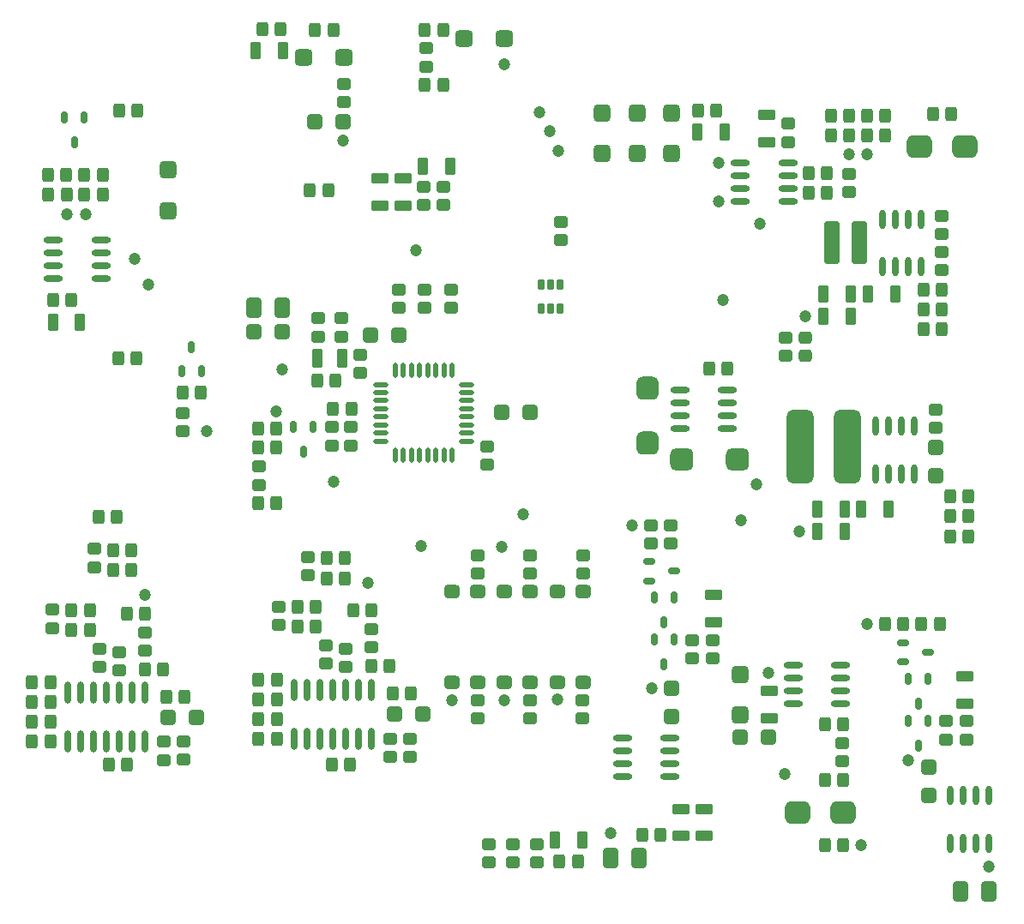
<source format=gbr>
%TF.GenerationSoftware,Altium Limited,Altium Designer,19.0.10 (269)*%
G04 Layer_Color=8421504*
%FSLAX45Y45*%
%MOMM*%
%TF.FileFunction,Paste,Top*%
%TF.Part,Single*%
G01*
G75*
%TA.AperFunction,SMDPad,CuDef*%
%ADD11C,1.20000*%
G04:AMPARAMS|DCode=12|XSize=1.4mm|YSize=1.2mm|CornerRadius=0.3mm|HoleSize=0mm|Usage=FLASHONLY|Rotation=270.000|XOffset=0mm|YOffset=0mm|HoleType=Round|Shape=RoundedRectangle|*
%AMROUNDEDRECTD12*
21,1,1.40000,0.60000,0,0,270.0*
21,1,0.80000,1.20000,0,0,270.0*
1,1,0.60000,-0.30000,-0.40000*
1,1,0.60000,-0.30000,0.40000*
1,1,0.60000,0.30000,0.40000*
1,1,0.60000,0.30000,-0.40000*
%
%ADD12ROUNDEDRECTD12*%
%ADD13O,0.60000X1.90000*%
G04:AMPARAMS|DCode=14|XSize=1.524mm|YSize=1.524mm|CornerRadius=0.381mm|HoleSize=0mm|Usage=FLASHONLY|Rotation=90.000|XOffset=0mm|YOffset=0mm|HoleType=Round|Shape=RoundedRectangle|*
%AMROUNDEDRECTD14*
21,1,1.52400,0.76200,0,0,90.0*
21,1,0.76200,1.52400,0,0,90.0*
1,1,0.76200,0.38100,0.38100*
1,1,0.76200,0.38100,-0.38100*
1,1,0.76200,-0.38100,-0.38100*
1,1,0.76200,-0.38100,0.38100*
%
%ADD14ROUNDEDRECTD14*%
G04:AMPARAMS|DCode=15|XSize=1.4mm|YSize=1.2mm|CornerRadius=0.3mm|HoleSize=0mm|Usage=FLASHONLY|Rotation=180.000|XOffset=0mm|YOffset=0mm|HoleType=Round|Shape=RoundedRectangle|*
%AMROUNDEDRECTD15*
21,1,1.40000,0.60000,0,0,180.0*
21,1,0.80000,1.20000,0,0,180.0*
1,1,0.60000,-0.40000,0.30000*
1,1,0.60000,0.40000,0.30000*
1,1,0.60000,0.40000,-0.30000*
1,1,0.60000,-0.40000,-0.30000*
%
%ADD15ROUNDEDRECTD15*%
G04:AMPARAMS|DCode=16|XSize=0.6mm|YSize=1.15mm|CornerRadius=0.15mm|HoleSize=0mm|Usage=FLASHONLY|Rotation=0.000|XOffset=0mm|YOffset=0mm|HoleType=Round|Shape=RoundedRectangle|*
%AMROUNDEDRECTD16*
21,1,0.60000,0.85000,0,0,0.0*
21,1,0.30000,1.15000,0,0,0.0*
1,1,0.30000,0.15000,-0.42500*
1,1,0.30000,-0.15000,-0.42500*
1,1,0.30000,-0.15000,0.42500*
1,1,0.30000,0.15000,0.42500*
%
%ADD16ROUNDEDRECTD16*%
G04:AMPARAMS|DCode=17|XSize=0.6mm|YSize=1.15mm|CornerRadius=0.15mm|HoleSize=0mm|Usage=FLASHONLY|Rotation=90.000|XOffset=0mm|YOffset=0mm|HoleType=Round|Shape=RoundedRectangle|*
%AMROUNDEDRECTD17*
21,1,0.60000,0.85000,0,0,90.0*
21,1,0.30000,1.15000,0,0,90.0*
1,1,0.30000,0.42500,0.15000*
1,1,0.30000,0.42500,-0.15000*
1,1,0.30000,-0.42500,-0.15000*
1,1,0.30000,-0.42500,0.15000*
%
%ADD17ROUNDEDRECTD17*%
G04:AMPARAMS|DCode=18|XSize=1.524mm|YSize=2.032mm|CornerRadius=0.381mm|HoleSize=0mm|Usage=FLASHONLY|Rotation=180.000|XOffset=0mm|YOffset=0mm|HoleType=Round|Shape=RoundedRectangle|*
%AMROUNDEDRECTD18*
21,1,1.52400,1.27000,0,0,180.0*
21,1,0.76200,2.03200,0,0,180.0*
1,1,0.76200,-0.38100,0.63500*
1,1,0.76200,0.38100,0.63500*
1,1,0.76200,0.38100,-0.63500*
1,1,0.76200,-0.38100,-0.63500*
%
%ADD18ROUNDEDRECTD18*%
G04:AMPARAMS|DCode=19|XSize=1.7mm|YSize=1.1mm|CornerRadius=0.275mm|HoleSize=0mm|Usage=FLASHONLY|Rotation=90.000|XOffset=0mm|YOffset=0mm|HoleType=Round|Shape=RoundedRectangle|*
%AMROUNDEDRECTD19*
21,1,1.70000,0.55000,0,0,90.0*
21,1,1.15000,1.10000,0,0,90.0*
1,1,0.55000,0.27500,0.57500*
1,1,0.55000,0.27500,-0.57500*
1,1,0.55000,-0.27500,-0.57500*
1,1,0.55000,-0.27500,0.57500*
%
%ADD19ROUNDEDRECTD19*%
G04:AMPARAMS|DCode=20|XSize=1.7mm|YSize=1.1mm|CornerRadius=0.275mm|HoleSize=0mm|Usage=FLASHONLY|Rotation=0.000|XOffset=0mm|YOffset=0mm|HoleType=Round|Shape=RoundedRectangle|*
%AMROUNDEDRECTD20*
21,1,1.70000,0.55000,0,0,0.0*
21,1,1.15000,1.10000,0,0,0.0*
1,1,0.55000,0.57500,-0.27500*
1,1,0.55000,-0.57500,-0.27500*
1,1,0.55000,-0.57500,0.27500*
1,1,0.55000,0.57500,0.27500*
%
%ADD20ROUNDEDRECTD20*%
G04:AMPARAMS|DCode=21|XSize=4.3mm|YSize=1.6mm|CornerRadius=0.4mm|HoleSize=0mm|Usage=FLASHONLY|Rotation=90.000|XOffset=0mm|YOffset=0mm|HoleType=Round|Shape=RoundedRectangle|*
%AMROUNDEDRECTD21*
21,1,4.30000,0.80000,0,0,90.0*
21,1,3.50000,1.60000,0,0,90.0*
1,1,0.80000,0.40000,1.75000*
1,1,0.80000,0.40000,-1.75000*
1,1,0.80000,-0.40000,-1.75000*
1,1,0.80000,-0.40000,1.75000*
%
%ADD21ROUNDEDRECTD21*%
G04:AMPARAMS|DCode=22|XSize=1.3mm|YSize=1.2mm|CornerRadius=0.3mm|HoleSize=0mm|Usage=FLASHONLY|Rotation=0.000|XOffset=0mm|YOffset=0mm|HoleType=Round|Shape=RoundedRectangle|*
%AMROUNDEDRECTD22*
21,1,1.30000,0.60000,0,0,0.0*
21,1,0.70000,1.20000,0,0,0.0*
1,1,0.60000,0.35000,-0.30000*
1,1,0.60000,-0.35000,-0.30000*
1,1,0.60000,-0.35000,0.30000*
1,1,0.60000,0.35000,0.30000*
%
%ADD22ROUNDEDRECTD22*%
G04:AMPARAMS|DCode=23|XSize=2.286mm|YSize=2.1844mm|CornerRadius=0.5461mm|HoleSize=0mm|Usage=FLASHONLY|Rotation=270.000|XOffset=0mm|YOffset=0mm|HoleType=Round|Shape=RoundedRectangle|*
%AMROUNDEDRECTD23*
21,1,2.28600,1.09220,0,0,270.0*
21,1,1.19380,2.18440,0,0,270.0*
1,1,1.09220,-0.54610,-0.59690*
1,1,1.09220,-0.54610,0.59690*
1,1,1.09220,0.54610,0.59690*
1,1,1.09220,0.54610,-0.59690*
%
%ADD23ROUNDEDRECTD23*%
%ADD24O,1.90000X0.60000*%
G04:AMPARAMS|DCode=25|XSize=7.3mm|YSize=2.65mm|CornerRadius=0.6625mm|HoleSize=0mm|Usage=FLASHONLY|Rotation=90.000|XOffset=0mm|YOffset=0mm|HoleType=Round|Shape=RoundedRectangle|*
%AMROUNDEDRECTD25*
21,1,7.30000,1.32500,0,0,90.0*
21,1,5.97500,2.65000,0,0,90.0*
1,1,1.32500,0.66250,2.98750*
1,1,1.32500,0.66250,-2.98750*
1,1,1.32500,-0.66250,-2.98750*
1,1,1.32500,-0.66250,2.98750*
%
%ADD25ROUNDEDRECTD25*%
G04:AMPARAMS|DCode=26|XSize=2.286mm|YSize=2.1844mm|CornerRadius=0.5461mm|HoleSize=0mm|Usage=FLASHONLY|Rotation=0.000|XOffset=0mm|YOffset=0mm|HoleType=Round|Shape=RoundedRectangle|*
%AMROUNDEDRECTD26*
21,1,2.28600,1.09220,0,0,0.0*
21,1,1.19380,2.18440,0,0,0.0*
1,1,1.09220,0.59690,-0.54610*
1,1,1.09220,-0.59690,-0.54610*
1,1,1.09220,-0.59690,0.54610*
1,1,1.09220,0.59690,0.54610*
%
%ADD26ROUNDEDRECTD26*%
G04:AMPARAMS|DCode=27|XSize=1.73mm|YSize=1.67mm|CornerRadius=0.4175mm|HoleSize=0mm|Usage=FLASHONLY|Rotation=90.000|XOffset=0mm|YOffset=0mm|HoleType=Round|Shape=RoundedRectangle|*
%AMROUNDEDRECTD27*
21,1,1.73000,0.83500,0,0,90.0*
21,1,0.89500,1.67000,0,0,90.0*
1,1,0.83500,0.41750,0.44750*
1,1,0.83500,0.41750,-0.44750*
1,1,0.83500,-0.41750,-0.44750*
1,1,0.83500,-0.41750,0.44750*
%
%ADD27ROUNDEDRECTD27*%
G04:AMPARAMS|DCode=28|XSize=1.5mm|YSize=1.3mm|CornerRadius=0.325mm|HoleSize=0mm|Usage=FLASHONLY|Rotation=0.000|XOffset=0mm|YOffset=0mm|HoleType=Round|Shape=RoundedRectangle|*
%AMROUNDEDRECTD28*
21,1,1.50000,0.65000,0,0,0.0*
21,1,0.85000,1.30000,0,0,0.0*
1,1,0.65000,0.42500,-0.32500*
1,1,0.65000,-0.42500,-0.32500*
1,1,0.65000,-0.42500,0.32500*
1,1,0.65000,0.42500,0.32500*
%
%ADD28ROUNDEDRECTD28*%
%ADD29O,1.50000X0.50000*%
%ADD30O,0.50000X1.50000*%
G04:AMPARAMS|DCode=31|XSize=1.73mm|YSize=1.67mm|CornerRadius=0.4175mm|HoleSize=0mm|Usage=FLASHONLY|Rotation=0.000|XOffset=0mm|YOffset=0mm|HoleType=Round|Shape=RoundedRectangle|*
%AMROUNDEDRECTD31*
21,1,1.73000,0.83500,0,0,0.0*
21,1,0.89500,1.67000,0,0,0.0*
1,1,0.83500,0.44750,-0.41750*
1,1,0.83500,-0.44750,-0.41750*
1,1,0.83500,-0.44750,0.41750*
1,1,0.83500,0.44750,0.41750*
%
%ADD31ROUNDEDRECTD31*%
G04:AMPARAMS|DCode=32|XSize=1.524mm|YSize=1.524mm|CornerRadius=0.381mm|HoleSize=0mm|Usage=FLASHONLY|Rotation=0.000|XOffset=0mm|YOffset=0mm|HoleType=Round|Shape=RoundedRectangle|*
%AMROUNDEDRECTD32*
21,1,1.52400,0.76200,0,0,0.0*
21,1,0.76200,1.52400,0,0,0.0*
1,1,0.76200,0.38100,-0.38100*
1,1,0.76200,-0.38100,-0.38100*
1,1,0.76200,-0.38100,0.38100*
1,1,0.76200,0.38100,0.38100*
%
%ADD32ROUNDEDRECTD32*%
G04:AMPARAMS|DCode=33|XSize=2.2098mm|YSize=2.4638mm|CornerRadius=0.55245mm|HoleSize=0mm|Usage=FLASHONLY|Rotation=270.000|XOffset=0mm|YOffset=0mm|HoleType=Round|Shape=RoundedRectangle|*
%AMROUNDEDRECTD33*
21,1,2.20980,1.35890,0,0,270.0*
21,1,1.10490,2.46380,0,0,270.0*
1,1,1.10490,-0.67945,-0.55245*
1,1,1.10490,-0.67945,0.55245*
1,1,1.10490,0.67945,0.55245*
1,1,1.10490,0.67945,-0.55245*
%
%ADD33ROUNDEDRECTD33*%
G04:AMPARAMS|DCode=34|XSize=0.65mm|YSize=1.1mm|CornerRadius=0.1625mm|HoleSize=0mm|Usage=FLASHONLY|Rotation=180.000|XOffset=0mm|YOffset=0mm|HoleType=Round|Shape=RoundedRectangle|*
%AMROUNDEDRECTD34*
21,1,0.65000,0.77500,0,0,180.0*
21,1,0.32500,1.10000,0,0,180.0*
1,1,0.32500,-0.16250,0.38750*
1,1,0.32500,0.16250,0.38750*
1,1,0.32500,0.16250,-0.38750*
1,1,0.32500,-0.16250,-0.38750*
%
%ADD34ROUNDEDRECTD34*%
%ADD35O,0.60000X2.20000*%
G04:AMPARAMS|DCode=36|XSize=1.1mm|YSize=1.9mm|CornerRadius=0.275mm|HoleSize=0mm|Usage=FLASHONLY|Rotation=180.000|XOffset=0mm|YOffset=0mm|HoleType=Round|Shape=RoundedRectangle|*
%AMROUNDEDRECTD36*
21,1,1.10000,1.35000,0,0,180.0*
21,1,0.55000,1.90000,0,0,180.0*
1,1,0.55000,-0.27500,0.67500*
1,1,0.55000,0.27500,0.67500*
1,1,0.55000,0.27500,-0.67500*
1,1,0.55000,-0.27500,-0.67500*
%
%ADD36ROUNDEDRECTD36*%
D11*
X2690880Y5895053D02*
D03*
X4856480Y4138000D02*
D03*
X5071902Y4459560D02*
D03*
X4061460Y4148160D02*
D03*
X5228340Y8429580D02*
D03*
X5327400Y8246700D02*
D03*
X5418840Y8053660D02*
D03*
X9662700Y982300D02*
D03*
X7796766Y4289541D02*
D03*
X8284766Y8015560D02*
D03*
X7857086Y6415039D02*
D03*
X7374640Y4761820D02*
D03*
X7222240Y4407661D02*
D03*
X6140060Y4351811D02*
D03*
X7039360Y6575380D02*
D03*
X7001260Y7933140D02*
D03*
X562360Y7428820D02*
D03*
X750320D02*
D03*
X1235460Y6989400D02*
D03*
X4882420Y8907100D02*
D03*
X3290446Y8155260D02*
D03*
X4367444Y2623140D02*
D03*
X4885440D02*
D03*
X5403436Y2631154D02*
D03*
X6334420Y2744690D02*
D03*
X7651500Y1894160D02*
D03*
X5934820Y1312500D02*
D03*
X3534719Y3786460D02*
D03*
X2629060Y5480089D02*
D03*
X1335320Y3667080D02*
D03*
X8461606Y8015560D02*
D03*
X7405120Y7332300D02*
D03*
X8464902Y3378722D02*
D03*
X7001260Y7552140D02*
D03*
X1946660Y5285400D02*
D03*
X8400881Y1197000D02*
D03*
X7491479Y2897102D02*
D03*
X3198880Y4782140D02*
D03*
X8871200Y2031640D02*
D03*
X4011680Y7070680D02*
D03*
X1367540Y6730320D02*
D03*
D12*
X2963480Y7664829D02*
D03*
X3143480D02*
D03*
X8821500Y3378722D02*
D03*
X8641500D02*
D03*
X1258601Y8447360D02*
D03*
X1078601D02*
D03*
X9282320Y4639581D02*
D03*
X9462320D02*
D03*
X9461980Y4442421D02*
D03*
X9281980D02*
D03*
X6794420Y8452213D02*
D03*
X6974420D02*
D03*
X9112340Y8416880D02*
D03*
X9292340D02*
D03*
X9023678Y6683807D02*
D03*
X9203678D02*
D03*
X9203338Y6486647D02*
D03*
X9023338D02*
D03*
X9203338Y6289487D02*
D03*
X9023338D02*
D03*
X7086880Y5899740D02*
D03*
X6906880D02*
D03*
X917000Y7621241D02*
D03*
X737000D02*
D03*
X737340Y7818400D02*
D03*
X917340D02*
D03*
X559540Y7813320D02*
D03*
X379540D02*
D03*
X379880Y7621241D02*
D03*
X559880D02*
D03*
X430140Y6575860D02*
D03*
X610140D02*
D03*
X4277560Y9247039D02*
D03*
X4097560D02*
D03*
X4097420Y8702320D02*
D03*
X4277420D02*
D03*
X2492620Y9252119D02*
D03*
X2672620D02*
D03*
X3192980Y9247039D02*
D03*
X3012980D02*
D03*
X8225631Y2386339D02*
D03*
X8045631D02*
D03*
X8225631Y1837080D02*
D03*
X8045631D02*
D03*
X8226721Y1195660D02*
D03*
X8046722D02*
D03*
X6242183Y1299800D02*
D03*
X6422183D02*
D03*
X5607900Y1032265D02*
D03*
X5427900D02*
D03*
X2449060Y5313409D02*
D03*
X2629060D02*
D03*
X878260Y4439240D02*
D03*
X1058260D02*
D03*
X789260Y3323561D02*
D03*
X609260D02*
D03*
X789260Y3515640D02*
D03*
X609260D02*
D03*
X2843338Y3546120D02*
D03*
X3023338D02*
D03*
X2843338Y3354041D02*
D03*
X3023338D02*
D03*
X1017360Y4110620D02*
D03*
X1197360D02*
D03*
X8284766Y8401640D02*
D03*
X8461606D02*
D03*
X8284426Y8204480D02*
D03*
X8461606D02*
D03*
X8104766Y8401640D02*
D03*
X8641606D02*
D03*
X3036020Y5783507D02*
D03*
X3216020D02*
D03*
X1247820Y6001340D02*
D03*
X1067820D02*
D03*
X1884260Y5668600D02*
D03*
X1704260D02*
D03*
X8641606Y8204480D02*
D03*
X8104426D02*
D03*
X1515320Y2931620D02*
D03*
X1335320D02*
D03*
X1726180Y2662340D02*
D03*
X1546180D02*
D03*
X400640Y2218040D02*
D03*
X220640D02*
D03*
X220300Y2607280D02*
D03*
X400300D02*
D03*
X3749398Y2962100D02*
D03*
X3569398D02*
D03*
X3960259Y2692820D02*
D03*
X3780259D02*
D03*
X2634718Y2248520D02*
D03*
X2454718D02*
D03*
X2454378Y2637760D02*
D03*
X2634378D02*
D03*
X9179020Y3378722D02*
D03*
X8999020D02*
D03*
X8065199Y7639686D02*
D03*
X7885199D02*
D03*
X8065199Y7836846D02*
D03*
X7885199D02*
D03*
X3306653Y4027760D02*
D03*
X3126653D02*
D03*
X9281980Y4245261D02*
D03*
X9461980D02*
D03*
X3192600Y5505489D02*
D03*
X3372600D02*
D03*
X2629060Y5121329D02*
D03*
X2449060D02*
D03*
X1158780Y1989540D02*
D03*
X978780D02*
D03*
X220300Y2410120D02*
D03*
X400300D02*
D03*
X1154980Y3480401D02*
D03*
X1334980D02*
D03*
X220300Y2799360D02*
D03*
X400300D02*
D03*
X1017360Y3913460D02*
D03*
X1197360D02*
D03*
X2629060Y4572069D02*
D03*
X2449060D02*
D03*
X3358178Y1988939D02*
D03*
X3178179D02*
D03*
X2454378Y2440600D02*
D03*
X2634378D02*
D03*
X3389058Y3510881D02*
D03*
X3569058D02*
D03*
X2454378Y2829840D02*
D03*
X2634378D02*
D03*
X3126653Y3830600D02*
D03*
X3306653D02*
D03*
D13*
X9662700Y1683440D02*
D03*
X9535700D02*
D03*
X9408700D02*
D03*
X9281700D02*
D03*
X9662700Y1213440D02*
D03*
X9535700D02*
D03*
X9408700D02*
D03*
X9281700D02*
D03*
X8931660Y5331300D02*
D03*
X8804660D02*
D03*
X8677660D02*
D03*
X8550660D02*
D03*
X8931660Y4861300D02*
D03*
X8804660D02*
D03*
X8677660D02*
D03*
X8550660D02*
D03*
X8995878Y7377447D02*
D03*
X8868878D02*
D03*
X8741878D02*
D03*
X8614878D02*
D03*
X8995878Y6907447D02*
D03*
X8868878D02*
D03*
X8741878D02*
D03*
X8614878D02*
D03*
D14*
X9068820Y1683440D02*
D03*
Y1962840D02*
D03*
X9144540Y4844360D02*
D03*
Y5123760D02*
D03*
X6533760Y2465290D02*
D03*
Y2744690D02*
D03*
D15*
X9443320Y2418602D02*
D03*
Y2238603D02*
D03*
X9246160Y2238943D02*
D03*
Y2418943D02*
D03*
X9136920Y5498380D02*
D03*
Y5318380D02*
D03*
X9201138Y7409907D02*
D03*
Y7229907D02*
D03*
Y7052727D02*
D03*
Y6872727D02*
D03*
X7661847Y6029168D02*
D03*
Y6209167D02*
D03*
X6522640Y4171812D02*
D03*
Y4351811D02*
D03*
X6325480Y4171812D02*
D03*
Y4351811D02*
D03*
X6935700Y3221512D02*
D03*
Y3041512D02*
D03*
X6738540Y3041852D02*
D03*
Y3221852D02*
D03*
X5657600Y4059252D02*
D03*
Y3879253D02*
D03*
X5139440Y4059252D02*
D03*
Y3879253D02*
D03*
X4621646Y4059252D02*
D03*
Y3879253D02*
D03*
X4107240Y9064580D02*
D03*
Y8884580D02*
D03*
X3298066Y8715790D02*
D03*
Y8535790D02*
D03*
X4621646Y2625680D02*
D03*
Y2445680D02*
D03*
X5139440Y2625680D02*
D03*
Y2445680D02*
D03*
X5655099Y2625680D02*
D03*
Y2445680D02*
D03*
X8215811Y2024080D02*
D03*
Y2204079D02*
D03*
X5200400Y1207185D02*
D03*
Y1027185D02*
D03*
X4965140Y1207185D02*
D03*
Y1027185D02*
D03*
X4725900D02*
D03*
Y1207185D02*
D03*
X2944733Y3857580D02*
D03*
Y4037580D02*
D03*
X835440Y3940440D02*
D03*
Y4120440D02*
D03*
X5439160Y7171460D02*
D03*
Y7351460D02*
D03*
X8284426Y7647600D02*
D03*
Y7827600D02*
D03*
X3844292Y6503549D02*
D03*
Y6683548D02*
D03*
X4097332Y6503549D02*
D03*
Y6683548D02*
D03*
X4357120D02*
D03*
Y6503549D02*
D03*
X1705660Y5285400D02*
D03*
Y5465400D02*
D03*
X1715060Y2217220D02*
D03*
Y2037220D02*
D03*
X1517900Y2036880D02*
D03*
Y2216880D02*
D03*
X1335320Y3118141D02*
D03*
Y3298141D02*
D03*
X1080520Y3101800D02*
D03*
Y2921800D02*
D03*
X3949138Y2247700D02*
D03*
Y2067700D02*
D03*
X3751979Y2067360D02*
D03*
Y2247360D02*
D03*
X3569398Y3148621D02*
D03*
Y3328621D02*
D03*
X3314598Y3132280D02*
D03*
Y2952280D02*
D03*
X2458880Y4933989D02*
D03*
Y4753989D02*
D03*
X4283280Y7518060D02*
D03*
Y7698060D02*
D03*
X421920Y3520380D02*
D03*
Y3340380D02*
D03*
X2655998Y3550860D02*
D03*
Y3370860D02*
D03*
X3462260Y6035747D02*
D03*
Y5855747D02*
D03*
X4709799Y4955489D02*
D03*
Y5135489D02*
D03*
X3367860Y5143229D02*
D03*
Y5323229D02*
D03*
X3270180Y6398807D02*
D03*
Y6218807D02*
D03*
X7682446Y8140940D02*
D03*
Y8320940D02*
D03*
X4086120Y7698060D02*
D03*
Y7518060D02*
D03*
X3175780Y5143229D02*
D03*
Y5323229D02*
D03*
X883360Y3135740D02*
D03*
Y2955740D02*
D03*
X3041100Y6398807D02*
D03*
Y6218807D02*
D03*
X3117439Y3166220D02*
D03*
Y2986220D02*
D03*
D16*
X8967720Y2180183D02*
D03*
X8871200Y2421483D02*
D03*
X9064240D02*
D03*
X8967720Y2593242D02*
D03*
X8871200Y2834542D02*
D03*
X9064240D02*
D03*
X6460100Y3396152D02*
D03*
X6363580Y3637452D02*
D03*
X6556620D02*
D03*
X6460100Y2983092D02*
D03*
X6363580Y3224392D02*
D03*
X6556620D02*
D03*
X638560Y8140020D02*
D03*
X542040Y8381320D02*
D03*
X735080D02*
D03*
X2897340Y5084809D02*
D03*
X2800820Y5326109D02*
D03*
X2993860D02*
D03*
X1697740Y5874777D02*
D03*
X1890780D02*
D03*
X1794260Y6116077D02*
D03*
D17*
X9061700Y3100282D02*
D03*
X8820400Y3003762D02*
D03*
Y3196802D02*
D03*
X6554080Y3903192D02*
D03*
X6312780Y3806672D02*
D03*
Y3999712D02*
D03*
D18*
X9383300Y741781D02*
D03*
X9662700D02*
D03*
X2411480Y6504349D02*
D03*
X2690880D02*
D03*
X6214220Y1071200D02*
D03*
X5934820D02*
D03*
D19*
X8407660Y4517180D02*
D03*
X8677660D02*
D03*
X8241740Y4289541D02*
D03*
X7971740D02*
D03*
X8241740Y4517180D02*
D03*
X7971740D02*
D03*
X8469718Y6642687D02*
D03*
X8739718D02*
D03*
X8303798D02*
D03*
X8033799D02*
D03*
X8303798Y6415047D02*
D03*
X8033799D02*
D03*
X7058620Y8239813D02*
D03*
X6788620D02*
D03*
X694340Y6363460D02*
D03*
X424340D02*
D03*
X2697426Y9039720D02*
D03*
X2427426D02*
D03*
X5652900Y1243920D02*
D03*
X5382900D02*
D03*
X4345580Y7900300D02*
D03*
X4075580D02*
D03*
D20*
X7470046Y8405480D02*
D03*
Y8135480D02*
D03*
X6950940Y3393232D02*
D03*
Y3663232D02*
D03*
X3878800Y7512260D02*
D03*
Y7782260D02*
D03*
X7494020Y2450040D02*
D03*
Y2720040D02*
D03*
X6852063Y1284180D02*
D03*
Y1554180D02*
D03*
X6624423Y1284180D02*
D03*
Y1554180D02*
D03*
X3651160Y7512260D02*
D03*
Y7782260D02*
D03*
X9428080Y2860322D02*
D03*
Y2590322D02*
D03*
D21*
X8386668Y7147935D02*
D03*
X8116648Y7148359D02*
D03*
D22*
X7856466Y6207727D02*
D03*
Y6027727D02*
D03*
D23*
X6296222Y5707970D02*
D03*
Y5161870D02*
D03*
D24*
X7086880Y5305380D02*
D03*
Y5432380D02*
D03*
Y5559380D02*
D03*
Y5686380D02*
D03*
X6616880Y5305380D02*
D03*
Y5432380D02*
D03*
Y5559380D02*
D03*
Y5686380D02*
D03*
X428960Y7042740D02*
D03*
Y6915740D02*
D03*
Y6788740D02*
D03*
X898960Y7169740D02*
D03*
Y7042740D02*
D03*
Y6915740D02*
D03*
Y6788740D02*
D03*
X428960Y7169740D02*
D03*
X6046820Y2252411D02*
D03*
Y2125411D02*
D03*
Y1998411D02*
D03*
Y1871411D02*
D03*
X6516820Y2252411D02*
D03*
Y2125411D02*
D03*
Y1998411D02*
D03*
Y1871411D02*
D03*
X8201541Y2594000D02*
D03*
Y2721000D02*
D03*
Y2848000D02*
D03*
Y2975000D02*
D03*
X7731541Y2594000D02*
D03*
Y2721000D02*
D03*
Y2848000D02*
D03*
Y2975000D02*
D03*
X7211606Y7933140D02*
D03*
Y7806140D02*
D03*
Y7679140D02*
D03*
Y7552140D02*
D03*
X7681606Y7933140D02*
D03*
Y7806140D02*
D03*
Y7679140D02*
D03*
Y7552140D02*
D03*
D25*
X7805650Y5132650D02*
D03*
X8270470Y5130110D02*
D03*
D26*
X6636770Y5001182D02*
D03*
X7182870D02*
D03*
D27*
X7209540Y2882811D02*
D03*
Y2481491D02*
D03*
X6535960Y8429353D02*
D03*
Y8028033D02*
D03*
X6191000Y8429353D02*
D03*
Y8028033D02*
D03*
X5846040Y8429353D02*
D03*
Y8028033D02*
D03*
X1566244Y7863154D02*
D03*
Y7461834D02*
D03*
D28*
X5403436Y2800845D02*
D03*
X5657436D02*
D03*
Y3697845D02*
D03*
X5403436D02*
D03*
X4885440D02*
D03*
X5139440D02*
D03*
Y2800845D02*
D03*
X4885440D02*
D03*
X4367444D02*
D03*
X4621444D02*
D03*
Y3697845D02*
D03*
X4367444D02*
D03*
D29*
X3666140Y5745489D02*
D03*
Y5665489D02*
D03*
Y5585489D02*
D03*
Y5505489D02*
D03*
Y5425489D02*
D03*
Y5345489D02*
D03*
Y5265489D02*
D03*
Y5185488D02*
D03*
X4506140D02*
D03*
Y5265489D02*
D03*
Y5345489D02*
D03*
Y5425489D02*
D03*
Y5505489D02*
D03*
Y5585489D02*
D03*
Y5665489D02*
D03*
Y5745489D02*
D03*
D30*
X3806140Y5045489D02*
D03*
X3886140D02*
D03*
X3966140D02*
D03*
X4046140D02*
D03*
X4126140D02*
D03*
X4206140D02*
D03*
X4286140D02*
D03*
X4366140D02*
D03*
Y5885489D02*
D03*
X4286140D02*
D03*
X4206140D02*
D03*
X4126140D02*
D03*
X4046140D02*
D03*
X3966140D02*
D03*
X3886140D02*
D03*
X3806140D02*
D03*
D31*
X4882420Y9162739D02*
D03*
X4481100D02*
D03*
X3298066Y8978279D02*
D03*
X2896746D02*
D03*
D32*
X3011046Y8341170D02*
D03*
X3290446D02*
D03*
X7491479Y2258923D02*
D03*
X7212079D02*
D03*
X5134360Y5470480D02*
D03*
X4854960D02*
D03*
X2411480Y6266549D02*
D03*
X2690880D02*
D03*
X3841020Y6230367D02*
D03*
X3561620D02*
D03*
X1843020Y2457560D02*
D03*
X1563620D02*
D03*
X4077099Y2488040D02*
D03*
X3797699D02*
D03*
D33*
X7779247Y1517040D02*
D03*
X8226287D02*
D03*
X8978650Y8095260D02*
D03*
X9425690D02*
D03*
D34*
X5245100Y6732579D02*
D03*
X5340100D02*
D03*
X5435100D02*
D03*
Y6492579D02*
D03*
X5340100D02*
D03*
X5245100D02*
D03*
D35*
X1335320Y2698040D02*
D03*
X1208320D02*
D03*
X1081320D02*
D03*
X954320D02*
D03*
X827320D02*
D03*
X700320D02*
D03*
X573320D02*
D03*
X1335320Y2218040D02*
D03*
X1208320D02*
D03*
X1081320D02*
D03*
X954320D02*
D03*
X827320D02*
D03*
X700320D02*
D03*
X573320D02*
D03*
X3569399Y2728520D02*
D03*
X3442399D02*
D03*
X3315399D02*
D03*
X3188399D02*
D03*
X3061399D02*
D03*
X2934399D02*
D03*
X2807399D02*
D03*
X3569399Y2248520D02*
D03*
X3442399D02*
D03*
X3315399D02*
D03*
X3188399D02*
D03*
X3061399D02*
D03*
X2934399D02*
D03*
X2807399D02*
D03*
D36*
X3032210Y6006067D02*
D03*
X3283670D02*
D03*
%TF.MD5,ebabecb4c81b9ea8be0f985efd2efcd7*%
M02*

</source>
